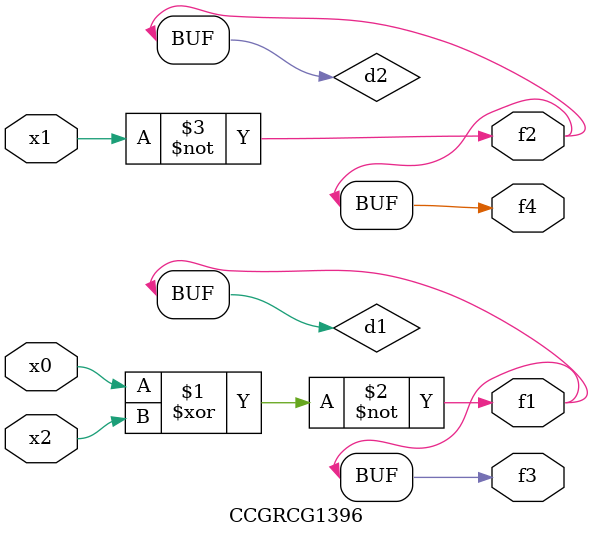
<source format=v>
module CCGRCG1396(
	input x0, x1, x2,
	output f1, f2, f3, f4
);

	wire d1, d2, d3;

	xnor (d1, x0, x2);
	nand (d2, x1);
	nor (d3, x1, x2);
	assign f1 = d1;
	assign f2 = d2;
	assign f3 = d1;
	assign f4 = d2;
endmodule

</source>
